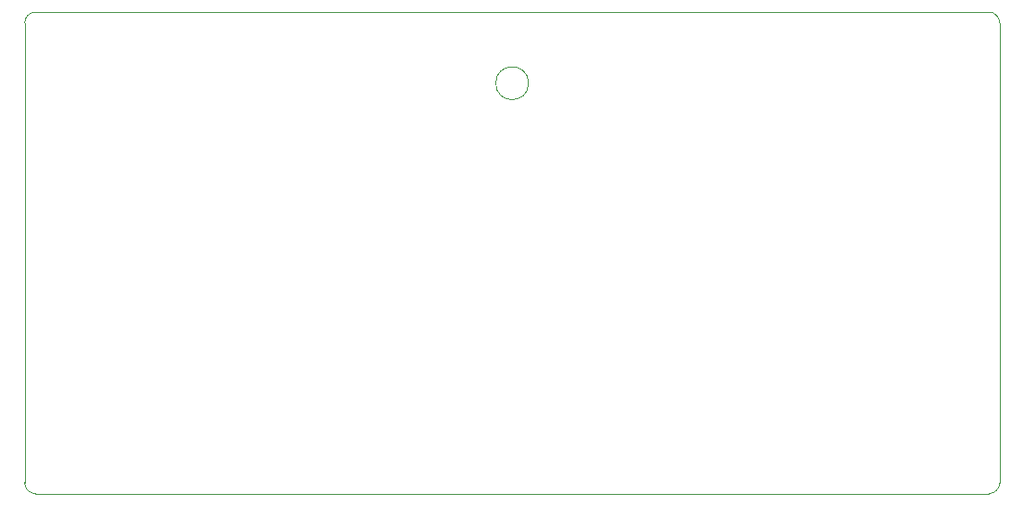
<source format=gbr>
%TF.GenerationSoftware,KiCad,Pcbnew,8.0.4*%
%TF.CreationDate,2024-11-19T13:09:34+13:00*%
%TF.ProjectId,CDRC,43445243-2e6b-4696-9361-645f70636258,B*%
%TF.SameCoordinates,Original*%
%TF.FileFunction,Profile,NP*%
%FSLAX46Y46*%
G04 Gerber Fmt 4.6, Leading zero omitted, Abs format (unit mm)*
G04 Created by KiCad (PCBNEW 8.0.4) date 2024-11-19 13:09:34*
%MOMM*%
%LPD*%
G01*
G04 APERTURE LIST*
%TA.AperFunction,Profile*%
%ADD10C,0.050000*%
%TD*%
%TA.AperFunction,Profile*%
%ADD11C,0.100000*%
%TD*%
G04 APERTURE END LIST*
D10*
X87000000Y-41000000D02*
G75*
G02*
X86000000Y-42000000I-1000000J0D01*
G01*
X86000000Y-42000000D02*
X-1000000Y-42000000D01*
X-1000000Y2000000D02*
X86000000Y2000000D01*
D11*
X44000000Y-4500000D02*
G75*
G02*
X41000000Y-4500000I-1500000J0D01*
G01*
X41000000Y-4500000D02*
G75*
G02*
X44000000Y-4500000I1500000J0D01*
G01*
D10*
X-2000000Y1000000D02*
G75*
G02*
X-1000000Y2000000I1000000J0D01*
G01*
X-2000000Y-41000000D02*
X-2000000Y1000000D01*
X87000000Y1000000D02*
X87000000Y-41000000D01*
X86000000Y2000000D02*
G75*
G02*
X87000000Y1000000I0J-1000000D01*
G01*
X-1000000Y-42000000D02*
G75*
G02*
X-2000000Y-41000000I0J1000000D01*
G01*
M02*

</source>
